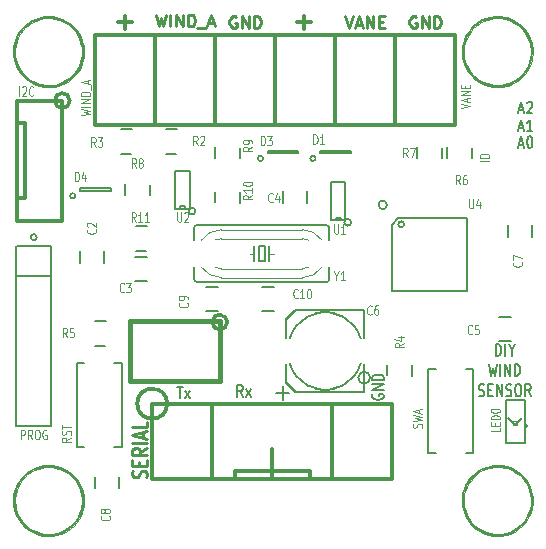
<source format=gbr>
%TF.GenerationSoftware,KiCad,Pcbnew,(5.1.10)-1*%
%TF.CreationDate,2021-07-19T16:15:12+01:00*%
%TF.ProjectId,WindSensorATMEGA328_PCB,57696e64-5365-46e7-936f-7241544d4547,rev?*%
%TF.SameCoordinates,PX5734380PY7df6180*%
%TF.FileFunction,Legend,Top*%
%TF.FilePolarity,Positive*%
%FSLAX46Y46*%
G04 Gerber Fmt 4.6, Leading zero omitted, Abs format (unit mm)*
G04 Created by KiCad (PCBNEW (5.1.10)-1) date 2021-07-19 16:15:12*
%MOMM*%
%LPD*%
G01*
G04 APERTURE LIST*
%ADD10C,0.150000*%
%ADD11C,0.200000*%
%ADD12C,0.010000*%
%ADD13C,0.300000*%
%ADD14C,0.152400*%
%ADD15C,0.050800*%
%ADD16C,0.127000*%
%ADD17C,0.066040*%
%ADD18C,0.381000*%
%ADD19C,0.100000*%
%ADD20C,0.250000*%
%ADD21C,0.304800*%
G04 APERTURE END LIST*
D10*
X78041571Y34377334D02*
X78422523Y34377334D01*
X77965380Y34091620D02*
X78232047Y35091620D01*
X78498714Y34091620D01*
X78727285Y34996381D02*
X78765380Y35044000D01*
X78841571Y35091620D01*
X79032047Y35091620D01*
X79108238Y35044000D01*
X79146333Y34996381D01*
X79184428Y34901143D01*
X79184428Y34805905D01*
X79146333Y34663048D01*
X78689190Y34091620D01*
X79184428Y34091620D01*
X78041571Y32853334D02*
X78422523Y32853334D01*
X77965380Y32567620D02*
X78232047Y33567620D01*
X78498714Y32567620D01*
X79184428Y32567620D02*
X78727285Y32567620D01*
X78955857Y32567620D02*
X78955857Y33567620D01*
X78879666Y33424762D01*
X78803476Y33329524D01*
X78727285Y33281905D01*
X78041571Y31456334D02*
X78422523Y31456334D01*
X77965380Y31170620D02*
X78232047Y32170620D01*
X78498714Y31170620D01*
X78917761Y32170620D02*
X78993952Y32170620D01*
X79070142Y32123000D01*
X79108238Y32075381D01*
X79146333Y31980143D01*
X79184428Y31789667D01*
X79184428Y31551572D01*
X79146333Y31361096D01*
X79108238Y31265858D01*
X79070142Y31218239D01*
X78993952Y31170620D01*
X78917761Y31170620D01*
X78841571Y31218239D01*
X78803476Y31265858D01*
X78765380Y31361096D01*
X78727285Y31551572D01*
X78727285Y31789667D01*
X78765380Y31980143D01*
X78803476Y32075381D01*
X78841571Y32123000D01*
X78917761Y32170620D01*
D11*
X76092142Y13566620D02*
X76092142Y14566620D01*
X76282619Y14566620D01*
X76396904Y14519000D01*
X76473095Y14423762D01*
X76511190Y14328524D01*
X76549285Y14138048D01*
X76549285Y13995191D01*
X76511190Y13804715D01*
X76473095Y13709477D01*
X76396904Y13614239D01*
X76282619Y13566620D01*
X76092142Y13566620D01*
X76892142Y13566620D02*
X76892142Y14566620D01*
X77425476Y14042810D02*
X77425476Y13566620D01*
X77158809Y14566620D02*
X77425476Y14042810D01*
X77692142Y14566620D01*
X75482619Y12866620D02*
X75673095Y11866620D01*
X75825476Y12580905D01*
X75977857Y11866620D01*
X76168333Y12866620D01*
X76473095Y11866620D02*
X76473095Y12866620D01*
X76854047Y11866620D02*
X76854047Y12866620D01*
X77311190Y11866620D01*
X77311190Y12866620D01*
X77692142Y11866620D02*
X77692142Y12866620D01*
X77882619Y12866620D01*
X77996904Y12819000D01*
X78073095Y12723762D01*
X78111190Y12628524D01*
X78149285Y12438048D01*
X78149285Y12295191D01*
X78111190Y12104715D01*
X78073095Y12009477D01*
X77996904Y11914239D01*
X77882619Y11866620D01*
X77692142Y11866620D01*
X74625476Y10214239D02*
X74739761Y10166620D01*
X74930238Y10166620D01*
X75006428Y10214239D01*
X75044523Y10261858D01*
X75082619Y10357096D01*
X75082619Y10452334D01*
X75044523Y10547572D01*
X75006428Y10595191D01*
X74930238Y10642810D01*
X74777857Y10690429D01*
X74701666Y10738048D01*
X74663571Y10785667D01*
X74625476Y10880905D01*
X74625476Y10976143D01*
X74663571Y11071381D01*
X74701666Y11119000D01*
X74777857Y11166620D01*
X74968333Y11166620D01*
X75082619Y11119000D01*
X75425476Y10690429D02*
X75692142Y10690429D01*
X75806428Y10166620D02*
X75425476Y10166620D01*
X75425476Y11166620D01*
X75806428Y11166620D01*
X76149285Y10166620D02*
X76149285Y11166620D01*
X76606428Y10166620D01*
X76606428Y11166620D01*
X76949285Y10214239D02*
X77063571Y10166620D01*
X77254047Y10166620D01*
X77330238Y10214239D01*
X77368333Y10261858D01*
X77406428Y10357096D01*
X77406428Y10452334D01*
X77368333Y10547572D01*
X77330238Y10595191D01*
X77254047Y10642810D01*
X77101666Y10690429D01*
X77025476Y10738048D01*
X76987380Y10785667D01*
X76949285Y10880905D01*
X76949285Y10976143D01*
X76987380Y11071381D01*
X77025476Y11119000D01*
X77101666Y11166620D01*
X77292142Y11166620D01*
X77406428Y11119000D01*
X77901666Y11166620D02*
X78054047Y11166620D01*
X78130238Y11119000D01*
X78206428Y11023762D01*
X78244523Y10833286D01*
X78244523Y10499953D01*
X78206428Y10309477D01*
X78130238Y10214239D01*
X78054047Y10166620D01*
X77901666Y10166620D01*
X77825476Y10214239D01*
X77749285Y10309477D01*
X77711190Y10499953D01*
X77711190Y10833286D01*
X77749285Y11023762D01*
X77825476Y11119000D01*
X77901666Y11166620D01*
X79044523Y10166620D02*
X78777857Y10642810D01*
X78587380Y10166620D02*
X78587380Y11166620D01*
X78892142Y11166620D01*
X78968333Y11119000D01*
X79006428Y11071381D01*
X79044523Y10976143D01*
X79044523Y10833286D01*
X79006428Y10738048D01*
X78968333Y10690429D01*
X78892142Y10642810D01*
X78587380Y10642810D01*
X65667000Y10312477D02*
X65619380Y10236286D01*
X65619380Y10122000D01*
X65667000Y10007715D01*
X65762238Y9931524D01*
X65857476Y9893429D01*
X66047952Y9855334D01*
X66190809Y9855334D01*
X66381285Y9893429D01*
X66476523Y9931524D01*
X66571761Y10007715D01*
X66619380Y10122000D01*
X66619380Y10198191D01*
X66571761Y10312477D01*
X66524142Y10350572D01*
X66190809Y10350572D01*
X66190809Y10198191D01*
X66619380Y10693429D02*
X65619380Y10693429D01*
X66619380Y11150572D01*
X65619380Y11150572D01*
X66619380Y11531524D02*
X65619380Y11531524D01*
X65619380Y11722000D01*
X65667000Y11836286D01*
X65762238Y11912477D01*
X65857476Y11950572D01*
X66047952Y11988667D01*
X66190809Y11988667D01*
X66381285Y11950572D01*
X66476523Y11912477D01*
X66571761Y11836286D01*
X66619380Y11722000D01*
X66619380Y11531524D01*
X57467571Y10433858D02*
X58610428Y10433858D01*
X58039000Y9862429D02*
X58039000Y11005286D01*
X54660809Y10088620D02*
X54394142Y10564810D01*
X54203666Y10088620D02*
X54203666Y11088620D01*
X54508428Y11088620D01*
X54584619Y11041000D01*
X54622714Y10993381D01*
X54660809Y10898143D01*
X54660809Y10755286D01*
X54622714Y10660048D01*
X54584619Y10612429D01*
X54508428Y10564810D01*
X54203666Y10564810D01*
X54927476Y10088620D02*
X55346523Y10755286D01*
X54927476Y10755286D02*
X55346523Y10088620D01*
X49104619Y10961620D02*
X49561761Y10961620D01*
X49333190Y9961620D02*
X49333190Y10961620D01*
X49752238Y9961620D02*
X50171285Y10628286D01*
X49752238Y10628286D02*
X50171285Y9961620D01*
%TO.C,P9*%
X35483800Y7620000D02*
X35483800Y22860000D01*
X38404800Y22860000D02*
X38404800Y7620000D01*
X37211000Y23622000D02*
G75*
G03*
X37211000Y23622000I-254000J0D01*
G01*
X38430200Y22860000D02*
X35509200Y22860000D01*
X38430200Y20320000D02*
X35560000Y20320000D01*
X38430200Y7620000D02*
X35509200Y7620000D01*
D12*
%TO.C,P6*%
G36*
X76413473Y42326838D02*
G01*
X76574123Y42317170D01*
X76697073Y42302216D01*
X77047451Y42223211D01*
X77379976Y42105938D01*
X77693607Y41950931D01*
X77987304Y41758724D01*
X78260026Y41529850D01*
X78324925Y41466848D01*
X78548120Y41223573D01*
X78734318Y40974412D01*
X78887860Y40711736D01*
X79013084Y40427916D01*
X79114333Y40115324D01*
X79132373Y40047573D01*
X79158413Y39939928D01*
X79177147Y39843302D01*
X79190177Y39745007D01*
X79199109Y39632350D01*
X79205548Y39492640D01*
X79206698Y39459712D01*
X79206093Y39148183D01*
X79180951Y38863010D01*
X79129374Y38594778D01*
X79049461Y38334070D01*
X78939314Y38071470D01*
X78917423Y38025917D01*
X78741189Y37711769D01*
X78533827Y37424727D01*
X78297576Y37166610D01*
X78034678Y36939236D01*
X77747373Y36744426D01*
X77437901Y36583998D01*
X77108504Y36459773D01*
X76926333Y36409166D01*
X76662655Y36358751D01*
X76383288Y36330660D01*
X76104847Y36325881D01*
X75846833Y36345028D01*
X75498857Y36410548D01*
X75158561Y36515726D01*
X74832327Y36658145D01*
X74526537Y36835385D01*
X74492166Y36858438D01*
X74391984Y36934397D01*
X74274777Y37035606D01*
X74149054Y37153546D01*
X74023321Y37279699D01*
X73906084Y37405546D01*
X73805852Y37522570D01*
X73734785Y37616846D01*
X73551373Y37923231D01*
X73402973Y38252513D01*
X73290549Y38602430D01*
X73259485Y38731132D01*
X73234126Y38885023D01*
X73217900Y39067944D01*
X73210796Y39267593D01*
X73211445Y39333700D01*
X73382843Y39333700D01*
X73387360Y39146126D01*
X73400318Y38972450D01*
X73420813Y38831018D01*
X73507011Y38489475D01*
X73627257Y38172245D01*
X73782818Y37876856D01*
X73974964Y37600830D01*
X74161325Y37386562D01*
X74419025Y37145961D01*
X74697958Y36941540D01*
X74996439Y36774152D01*
X75312788Y36644649D01*
X75645321Y36553880D01*
X75885890Y36513961D01*
X76038674Y36502647D01*
X76217195Y36501648D01*
X76406309Y36510288D01*
X76590870Y36527890D01*
X76749394Y36552531D01*
X77081985Y36638187D01*
X77396678Y36760939D01*
X77691211Y36918542D01*
X77963322Y37108755D01*
X78210752Y37329334D01*
X78431237Y37578034D01*
X78622518Y37852614D01*
X78782333Y38150828D01*
X78908421Y38470435D01*
X78991805Y38777334D01*
X79014020Y38914231D01*
X79029287Y39079286D01*
X79037293Y39258846D01*
X79037725Y39439258D01*
X79030272Y39606870D01*
X79014620Y39748029D01*
X79014096Y39751252D01*
X78937087Y40099227D01*
X78823772Y40425504D01*
X78673961Y40730471D01*
X78487465Y41014514D01*
X78267354Y41274601D01*
X78023501Y41506001D01*
X77766075Y41700344D01*
X77489833Y41860702D01*
X77189531Y41990152D01*
X76884152Y42085470D01*
X76795160Y42108231D01*
X76720220Y42124924D01*
X76649776Y42136527D01*
X76574270Y42144018D01*
X76484146Y42148373D01*
X76369847Y42150570D01*
X76238416Y42151510D01*
X76073442Y42151170D01*
X75942263Y42148051D01*
X75836402Y42141632D01*
X75747380Y42131390D01*
X75666721Y42116802D01*
X75663544Y42116120D01*
X75322387Y42021775D01*
X75001576Y41891575D01*
X74703163Y41727601D01*
X74429201Y41531936D01*
X74181743Y41306659D01*
X73962842Y41053854D01*
X73774549Y40775600D01*
X73618919Y40473979D01*
X73498003Y40151073D01*
X73420044Y39841380D01*
X73399175Y39695171D01*
X73386778Y39521329D01*
X73382843Y39333700D01*
X73211445Y39333700D01*
X73212802Y39471667D01*
X73223906Y39667862D01*
X73244097Y39843875D01*
X73260618Y39934905D01*
X73356626Y40283607D01*
X73488986Y40612585D01*
X73655623Y40919752D01*
X73854460Y41203020D01*
X74083422Y41460299D01*
X74340430Y41689503D01*
X74623411Y41888543D01*
X74930287Y42055331D01*
X75258982Y42187778D01*
X75592833Y42280616D01*
X75720062Y42301701D01*
X75877506Y42317095D01*
X76053400Y42326570D01*
X76235977Y42329894D01*
X76413473Y42326838D01*
G37*
X76413473Y42326838D02*
X76574123Y42317170D01*
X76697073Y42302216D01*
X77047451Y42223211D01*
X77379976Y42105938D01*
X77693607Y41950931D01*
X77987304Y41758724D01*
X78260026Y41529850D01*
X78324925Y41466848D01*
X78548120Y41223573D01*
X78734318Y40974412D01*
X78887860Y40711736D01*
X79013084Y40427916D01*
X79114333Y40115324D01*
X79132373Y40047573D01*
X79158413Y39939928D01*
X79177147Y39843302D01*
X79190177Y39745007D01*
X79199109Y39632350D01*
X79205548Y39492640D01*
X79206698Y39459712D01*
X79206093Y39148183D01*
X79180951Y38863010D01*
X79129374Y38594778D01*
X79049461Y38334070D01*
X78939314Y38071470D01*
X78917423Y38025917D01*
X78741189Y37711769D01*
X78533827Y37424727D01*
X78297576Y37166610D01*
X78034678Y36939236D01*
X77747373Y36744426D01*
X77437901Y36583998D01*
X77108504Y36459773D01*
X76926333Y36409166D01*
X76662655Y36358751D01*
X76383288Y36330660D01*
X76104847Y36325881D01*
X75846833Y36345028D01*
X75498857Y36410548D01*
X75158561Y36515726D01*
X74832327Y36658145D01*
X74526537Y36835385D01*
X74492166Y36858438D01*
X74391984Y36934397D01*
X74274777Y37035606D01*
X74149054Y37153546D01*
X74023321Y37279699D01*
X73906084Y37405546D01*
X73805852Y37522570D01*
X73734785Y37616846D01*
X73551373Y37923231D01*
X73402973Y38252513D01*
X73290549Y38602430D01*
X73259485Y38731132D01*
X73234126Y38885023D01*
X73217900Y39067944D01*
X73210796Y39267593D01*
X73211445Y39333700D01*
X73382843Y39333700D01*
X73387360Y39146126D01*
X73400318Y38972450D01*
X73420813Y38831018D01*
X73507011Y38489475D01*
X73627257Y38172245D01*
X73782818Y37876856D01*
X73974964Y37600830D01*
X74161325Y37386562D01*
X74419025Y37145961D01*
X74697958Y36941540D01*
X74996439Y36774152D01*
X75312788Y36644649D01*
X75645321Y36553880D01*
X75885890Y36513961D01*
X76038674Y36502647D01*
X76217195Y36501648D01*
X76406309Y36510288D01*
X76590870Y36527890D01*
X76749394Y36552531D01*
X77081985Y36638187D01*
X77396678Y36760939D01*
X77691211Y36918542D01*
X77963322Y37108755D01*
X78210752Y37329334D01*
X78431237Y37578034D01*
X78622518Y37852614D01*
X78782333Y38150828D01*
X78908421Y38470435D01*
X78991805Y38777334D01*
X79014020Y38914231D01*
X79029287Y39079286D01*
X79037293Y39258846D01*
X79037725Y39439258D01*
X79030272Y39606870D01*
X79014620Y39748029D01*
X79014096Y39751252D01*
X78937087Y40099227D01*
X78823772Y40425504D01*
X78673961Y40730471D01*
X78487465Y41014514D01*
X78267354Y41274601D01*
X78023501Y41506001D01*
X77766075Y41700344D01*
X77489833Y41860702D01*
X77189531Y41990152D01*
X76884152Y42085470D01*
X76795160Y42108231D01*
X76720220Y42124924D01*
X76649776Y42136527D01*
X76574270Y42144018D01*
X76484146Y42148373D01*
X76369847Y42150570D01*
X76238416Y42151510D01*
X76073442Y42151170D01*
X75942263Y42148051D01*
X75836402Y42141632D01*
X75747380Y42131390D01*
X75666721Y42116802D01*
X75663544Y42116120D01*
X75322387Y42021775D01*
X75001576Y41891575D01*
X74703163Y41727601D01*
X74429201Y41531936D01*
X74181743Y41306659D01*
X73962842Y41053854D01*
X73774549Y40775600D01*
X73618919Y40473979D01*
X73498003Y40151073D01*
X73420044Y39841380D01*
X73399175Y39695171D01*
X73386778Y39521329D01*
X73382843Y39333700D01*
X73211445Y39333700D01*
X73212802Y39471667D01*
X73223906Y39667862D01*
X73244097Y39843875D01*
X73260618Y39934905D01*
X73356626Y40283607D01*
X73488986Y40612585D01*
X73655623Y40919752D01*
X73854460Y41203020D01*
X74083422Y41460299D01*
X74340430Y41689503D01*
X74623411Y41888543D01*
X74930287Y42055331D01*
X75258982Y42187778D01*
X75592833Y42280616D01*
X75720062Y42301701D01*
X75877506Y42317095D01*
X76053400Y42326570D01*
X76235977Y42329894D01*
X76413473Y42326838D01*
G36*
X38518959Y42320036D02*
G01*
X38813715Y42279136D01*
X39094561Y42208366D01*
X39371435Y42105546D01*
X39496040Y42048882D01*
X39815178Y41873533D01*
X40105259Y41667821D01*
X40365114Y41433232D01*
X40593574Y41171255D01*
X40789470Y40883375D01*
X40951631Y40571080D01*
X41078890Y40235856D01*
X41158548Y39934905D01*
X41184200Y39776962D01*
X41200773Y39591435D01*
X41208254Y39390627D01*
X41206632Y39186842D01*
X41195895Y38992382D01*
X41176033Y38819551D01*
X41159681Y38731132D01*
X41060254Y38374435D01*
X40924509Y38037572D01*
X40753411Y37722804D01*
X40684380Y37616846D01*
X40607865Y37515871D01*
X40506333Y37398045D01*
X40388298Y37271893D01*
X40262275Y37145943D01*
X40136778Y37028722D01*
X40020321Y36928757D01*
X39927000Y36858345D01*
X39651346Y36692756D01*
X39350471Y36552432D01*
X39036289Y36442317D01*
X38762833Y36375219D01*
X38641483Y36357259D01*
X38491219Y36343596D01*
X38325285Y36334666D01*
X38156924Y36330909D01*
X37999379Y36332762D01*
X37865894Y36340663D01*
X37831530Y36344402D01*
X37489567Y36407844D01*
X37161678Y36509524D01*
X36850377Y36646955D01*
X36558178Y36817650D01*
X36287596Y37019121D01*
X36041145Y37248884D01*
X35821338Y37504449D01*
X35630692Y37783331D01*
X35471719Y38083042D01*
X35346933Y38401097D01*
X35258851Y38735007D01*
X35227578Y38919962D01*
X35214267Y39066965D01*
X35209352Y39243410D01*
X35382506Y39243410D01*
X35382520Y39243000D01*
X35402871Y38960211D01*
X35445644Y38701979D01*
X35514149Y38455089D01*
X35611697Y38206325D01*
X35676735Y38068333D01*
X35845519Y37774757D01*
X36047599Y37505144D01*
X36279750Y37262048D01*
X36538747Y37048027D01*
X36821364Y36865635D01*
X37124374Y36717429D01*
X37444554Y36605964D01*
X37560010Y36576120D01*
X37884751Y36519378D01*
X38214016Y36499900D01*
X38538724Y36517925D01*
X38721213Y36545624D01*
X39047180Y36625584D01*
X39350113Y36738431D01*
X39634050Y36886322D01*
X39903027Y37071414D01*
X40161081Y37295863D01*
X40203598Y37337534D01*
X40430903Y37587848D01*
X40619635Y37849147D01*
X40772493Y38126499D01*
X40892170Y38424976D01*
X40981364Y38749646D01*
X40998708Y38832918D01*
X41019576Y38978720D01*
X41032108Y39151989D01*
X41036301Y39338895D01*
X41032147Y39525606D01*
X41019641Y39698290D01*
X40999121Y39841380D01*
X40911562Y40181148D01*
X40787286Y40501909D01*
X40628423Y40801489D01*
X40437099Y41077711D01*
X40215444Y41328400D01*
X39965585Y41551380D01*
X39689649Y41744476D01*
X39389766Y41905511D01*
X39068063Y42032310D01*
X38778671Y42111630D01*
X38649661Y42133073D01*
X38491678Y42148299D01*
X38317670Y42157000D01*
X38140584Y42158872D01*
X37973364Y42153605D01*
X37828959Y42140895D01*
X37788914Y42135080D01*
X37470971Y42064750D01*
X37161840Y41960901D01*
X36869668Y41826932D01*
X36602605Y41666238D01*
X36517589Y41605076D01*
X36251435Y41378943D01*
X36018263Y41127824D01*
X35819335Y40854343D01*
X35655912Y40561127D01*
X35529256Y40250800D01*
X35440629Y39925988D01*
X35391291Y39589316D01*
X35382506Y39243410D01*
X35209352Y39243410D01*
X35209186Y39249346D01*
X35212467Y39459712D01*
X35232210Y39739632D01*
X35273517Y39996351D01*
X35339426Y40244731D01*
X35417033Y40460323D01*
X35564187Y40772750D01*
X35746883Y41064890D01*
X35962125Y41333977D01*
X36206917Y41577242D01*
X36478264Y41791921D01*
X36773169Y41975245D01*
X37088638Y42124448D01*
X37302333Y42201514D01*
X37544364Y42267516D01*
X37786285Y42309723D01*
X38043044Y42330328D01*
X38200354Y42333249D01*
X38518959Y42320036D01*
G37*
X38518959Y42320036D02*
X38813715Y42279136D01*
X39094561Y42208366D01*
X39371435Y42105546D01*
X39496040Y42048882D01*
X39815178Y41873533D01*
X40105259Y41667821D01*
X40365114Y41433232D01*
X40593574Y41171255D01*
X40789470Y40883375D01*
X40951631Y40571080D01*
X41078890Y40235856D01*
X41158548Y39934905D01*
X41184200Y39776962D01*
X41200773Y39591435D01*
X41208254Y39390627D01*
X41206632Y39186842D01*
X41195895Y38992382D01*
X41176033Y38819551D01*
X41159681Y38731132D01*
X41060254Y38374435D01*
X40924509Y38037572D01*
X40753411Y37722804D01*
X40684380Y37616846D01*
X40607865Y37515871D01*
X40506333Y37398045D01*
X40388298Y37271893D01*
X40262275Y37145943D01*
X40136778Y37028722D01*
X40020321Y36928757D01*
X39927000Y36858345D01*
X39651346Y36692756D01*
X39350471Y36552432D01*
X39036289Y36442317D01*
X38762833Y36375219D01*
X38641483Y36357259D01*
X38491219Y36343596D01*
X38325285Y36334666D01*
X38156924Y36330909D01*
X37999379Y36332762D01*
X37865894Y36340663D01*
X37831530Y36344402D01*
X37489567Y36407844D01*
X37161678Y36509524D01*
X36850377Y36646955D01*
X36558178Y36817650D01*
X36287596Y37019121D01*
X36041145Y37248884D01*
X35821338Y37504449D01*
X35630692Y37783331D01*
X35471719Y38083042D01*
X35346933Y38401097D01*
X35258851Y38735007D01*
X35227578Y38919962D01*
X35214267Y39066965D01*
X35209352Y39243410D01*
X35382506Y39243410D01*
X35382520Y39243000D01*
X35402871Y38960211D01*
X35445644Y38701979D01*
X35514149Y38455089D01*
X35611697Y38206325D01*
X35676735Y38068333D01*
X35845519Y37774757D01*
X36047599Y37505144D01*
X36279750Y37262048D01*
X36538747Y37048027D01*
X36821364Y36865635D01*
X37124374Y36717429D01*
X37444554Y36605964D01*
X37560010Y36576120D01*
X37884751Y36519378D01*
X38214016Y36499900D01*
X38538724Y36517925D01*
X38721213Y36545624D01*
X39047180Y36625584D01*
X39350113Y36738431D01*
X39634050Y36886322D01*
X39903027Y37071414D01*
X40161081Y37295863D01*
X40203598Y37337534D01*
X40430903Y37587848D01*
X40619635Y37849147D01*
X40772493Y38126499D01*
X40892170Y38424976D01*
X40981364Y38749646D01*
X40998708Y38832918D01*
X41019576Y38978720D01*
X41032108Y39151989D01*
X41036301Y39338895D01*
X41032147Y39525606D01*
X41019641Y39698290D01*
X40999121Y39841380D01*
X40911562Y40181148D01*
X40787286Y40501909D01*
X40628423Y40801489D01*
X40437099Y41077711D01*
X40215444Y41328400D01*
X39965585Y41551380D01*
X39689649Y41744476D01*
X39389766Y41905511D01*
X39068063Y42032310D01*
X38778671Y42111630D01*
X38649661Y42133073D01*
X38491678Y42148299D01*
X38317670Y42157000D01*
X38140584Y42158872D01*
X37973364Y42153605D01*
X37828959Y42140895D01*
X37788914Y42135080D01*
X37470971Y42064750D01*
X37161840Y41960901D01*
X36869668Y41826932D01*
X36602605Y41666238D01*
X36517589Y41605076D01*
X36251435Y41378943D01*
X36018263Y41127824D01*
X35819335Y40854343D01*
X35655912Y40561127D01*
X35529256Y40250800D01*
X35440629Y39925988D01*
X35391291Y39589316D01*
X35382506Y39243410D01*
X35209352Y39243410D01*
X35209186Y39249346D01*
X35212467Y39459712D01*
X35232210Y39739632D01*
X35273517Y39996351D01*
X35339426Y40244731D01*
X35417033Y40460323D01*
X35564187Y40772750D01*
X35746883Y41064890D01*
X35962125Y41333977D01*
X36206917Y41577242D01*
X36478264Y41791921D01*
X36773169Y41975245D01*
X37088638Y42124448D01*
X37302333Y42201514D01*
X37544364Y42267516D01*
X37786285Y42309723D01*
X38043044Y42330328D01*
X38200354Y42333249D01*
X38518959Y42320036D01*
G36*
X76639001Y4308802D02*
G01*
X76976331Y4240534D01*
X77307709Y4132639D01*
X77590512Y4005187D01*
X77892944Y3826646D01*
X78169664Y3615822D01*
X78418663Y3375511D01*
X78637930Y3108507D01*
X78825457Y2817605D01*
X78979232Y2505599D01*
X79097246Y2175285D01*
X79177489Y1829455D01*
X79184089Y1789547D01*
X79198819Y1657257D01*
X79206832Y1497479D01*
X79208401Y1322121D01*
X79203798Y1143092D01*
X79193298Y972298D01*
X79177172Y821649D01*
X79159543Y719667D01*
X79062775Y373818D01*
X78929870Y46695D01*
X78762994Y-259355D01*
X78564316Y-541987D01*
X78336004Y-798857D01*
X78080226Y-1027619D01*
X77799150Y-1225929D01*
X77494944Y-1391440D01*
X77169776Y-1521808D01*
X77053964Y-1557962D01*
X76813658Y-1617141D01*
X76574103Y-1653264D01*
X76319342Y-1668394D01*
X76196083Y-1668910D01*
X76082662Y-1667195D01*
X75979489Y-1664661D01*
X75896459Y-1661616D01*
X75843465Y-1658374D01*
X75836250Y-1657593D01*
X75492445Y-1592279D01*
X75160502Y-1488226D01*
X74843765Y-1347711D01*
X74545580Y-1173007D01*
X74269291Y-966390D01*
X74018243Y-730135D01*
X73795782Y-466519D01*
X73605252Y-177815D01*
X73571039Y-116835D01*
X73466205Y98956D01*
X73372191Y337713D01*
X73296092Y580236D01*
X73261961Y719673D01*
X73235517Y881867D01*
X73218452Y1070987D01*
X73210911Y1271523D01*
X73382837Y1271523D01*
X73391370Y1070299D01*
X73410554Y886666D01*
X73429698Y778644D01*
X73525070Y434312D01*
X73655813Y111636D01*
X73820319Y-187588D01*
X74016980Y-461563D01*
X74244189Y-708492D01*
X74500338Y-926577D01*
X74783819Y-1114021D01*
X75093023Y-1269028D01*
X75347973Y-1365261D01*
X75630051Y-1439881D01*
X75927444Y-1486011D01*
X76227007Y-1502425D01*
X76515592Y-1487901D01*
X76579895Y-1479936D01*
X76919329Y-1412149D01*
X77242084Y-1306861D01*
X77545867Y-1166380D01*
X77828388Y-993018D01*
X78087356Y-789085D01*
X78320479Y-556892D01*
X78525467Y-298748D01*
X78700028Y-16965D01*
X78841872Y286148D01*
X78948707Y608279D01*
X79018242Y947119D01*
X79023376Y984250D01*
X79035338Y1123932D01*
X79039261Y1288571D01*
X79035646Y1464008D01*
X79024995Y1636086D01*
X79007809Y1790649D01*
X78991522Y1883834D01*
X78898005Y2223857D01*
X78768371Y2544326D01*
X78604326Y2842985D01*
X78407578Y3117582D01*
X78179833Y3365861D01*
X77922800Y3585569D01*
X77638185Y3774451D01*
X77504243Y3847424D01*
X77261839Y3961115D01*
X77032140Y4045860D01*
X76803221Y4104491D01*
X76563156Y4139842D01*
X76300022Y4154744D01*
X76206666Y4155658D01*
X75996786Y4151333D01*
X75814296Y4136801D01*
X75644986Y4109710D01*
X75474650Y4067714D01*
X75289079Y4008463D01*
X75264750Y3999954D01*
X74953182Y3868151D01*
X74662357Y3701025D01*
X74394701Y3501415D01*
X74152639Y3272165D01*
X73938598Y3016115D01*
X73755001Y2736105D01*
X73604275Y2434979D01*
X73488846Y2115576D01*
X73422133Y1841500D01*
X73398119Y1671049D01*
X73385053Y1476415D01*
X73382837Y1271523D01*
X73210911Y1271523D01*
X73210790Y1274717D01*
X73212558Y1480744D01*
X73223779Y1676752D01*
X73244479Y1850426D01*
X73259485Y1930036D01*
X73356082Y2281245D01*
X73485285Y2606429D01*
X73648552Y2908226D01*
X73847337Y3189275D01*
X74083098Y3452217D01*
X74118286Y3486907D01*
X74385574Y3718095D01*
X74673055Y3913558D01*
X74977463Y4072809D01*
X75295528Y4195359D01*
X75623983Y4280722D01*
X75959559Y4328408D01*
X76298987Y4337931D01*
X76639001Y4308802D01*
G37*
X76639001Y4308802D02*
X76976331Y4240534D01*
X77307709Y4132639D01*
X77590512Y4005187D01*
X77892944Y3826646D01*
X78169664Y3615822D01*
X78418663Y3375511D01*
X78637930Y3108507D01*
X78825457Y2817605D01*
X78979232Y2505599D01*
X79097246Y2175285D01*
X79177489Y1829455D01*
X79184089Y1789547D01*
X79198819Y1657257D01*
X79206832Y1497479D01*
X79208401Y1322121D01*
X79203798Y1143092D01*
X79193298Y972298D01*
X79177172Y821649D01*
X79159543Y719667D01*
X79062775Y373818D01*
X78929870Y46695D01*
X78762994Y-259355D01*
X78564316Y-541987D01*
X78336004Y-798857D01*
X78080226Y-1027619D01*
X77799150Y-1225929D01*
X77494944Y-1391440D01*
X77169776Y-1521808D01*
X77053964Y-1557962D01*
X76813658Y-1617141D01*
X76574103Y-1653264D01*
X76319342Y-1668394D01*
X76196083Y-1668910D01*
X76082662Y-1667195D01*
X75979489Y-1664661D01*
X75896459Y-1661616D01*
X75843465Y-1658374D01*
X75836250Y-1657593D01*
X75492445Y-1592279D01*
X75160502Y-1488226D01*
X74843765Y-1347711D01*
X74545580Y-1173007D01*
X74269291Y-966390D01*
X74018243Y-730135D01*
X73795782Y-466519D01*
X73605252Y-177815D01*
X73571039Y-116835D01*
X73466205Y98956D01*
X73372191Y337713D01*
X73296092Y580236D01*
X73261961Y719673D01*
X73235517Y881867D01*
X73218452Y1070987D01*
X73210911Y1271523D01*
X73382837Y1271523D01*
X73391370Y1070299D01*
X73410554Y886666D01*
X73429698Y778644D01*
X73525070Y434312D01*
X73655813Y111636D01*
X73820319Y-187588D01*
X74016980Y-461563D01*
X74244189Y-708492D01*
X74500338Y-926577D01*
X74783819Y-1114021D01*
X75093023Y-1269028D01*
X75347973Y-1365261D01*
X75630051Y-1439881D01*
X75927444Y-1486011D01*
X76227007Y-1502425D01*
X76515592Y-1487901D01*
X76579895Y-1479936D01*
X76919329Y-1412149D01*
X77242084Y-1306861D01*
X77545867Y-1166380D01*
X77828388Y-993018D01*
X78087356Y-789085D01*
X78320479Y-556892D01*
X78525467Y-298748D01*
X78700028Y-16965D01*
X78841872Y286148D01*
X78948707Y608279D01*
X79018242Y947119D01*
X79023376Y984250D01*
X79035338Y1123932D01*
X79039261Y1288571D01*
X79035646Y1464008D01*
X79024995Y1636086D01*
X79007809Y1790649D01*
X78991522Y1883834D01*
X78898005Y2223857D01*
X78768371Y2544326D01*
X78604326Y2842985D01*
X78407578Y3117582D01*
X78179833Y3365861D01*
X77922800Y3585569D01*
X77638185Y3774451D01*
X77504243Y3847424D01*
X77261839Y3961115D01*
X77032140Y4045860D01*
X76803221Y4104491D01*
X76563156Y4139842D01*
X76300022Y4154744D01*
X76206666Y4155658D01*
X75996786Y4151333D01*
X75814296Y4136801D01*
X75644986Y4109710D01*
X75474650Y4067714D01*
X75289079Y4008463D01*
X75264750Y3999954D01*
X74953182Y3868151D01*
X74662357Y3701025D01*
X74394701Y3501415D01*
X74152639Y3272165D01*
X73938598Y3016115D01*
X73755001Y2736105D01*
X73604275Y2434979D01*
X73488846Y2115576D01*
X73422133Y1841500D01*
X73398119Y1671049D01*
X73385053Y1476415D01*
X73382837Y1271523D01*
X73210911Y1271523D01*
X73210790Y1274717D01*
X73212558Y1480744D01*
X73223779Y1676752D01*
X73244479Y1850426D01*
X73259485Y1930036D01*
X73356082Y2281245D01*
X73485285Y2606429D01*
X73648552Y2908226D01*
X73847337Y3189275D01*
X74083098Y3452217D01*
X74118286Y3486907D01*
X74385574Y3718095D01*
X74673055Y3913558D01*
X74977463Y4072809D01*
X75295528Y4195359D01*
X75623983Y4280722D01*
X75959559Y4328408D01*
X76298987Y4337931D01*
X76639001Y4308802D01*
G36*
X38547358Y4318942D02*
G01*
X38883664Y4261984D01*
X39212564Y4166815D01*
X39530521Y4033449D01*
X39833997Y3861896D01*
X39857490Y3846558D01*
X40144262Y3632566D01*
X40400748Y3389612D01*
X40625691Y3119546D01*
X40817833Y2824216D01*
X40975919Y2505472D01*
X41098692Y2165164D01*
X41159681Y1930036D01*
X41185412Y1773782D01*
X41201701Y1588580D01*
X41208571Y1386745D01*
X41206045Y1180589D01*
X41194147Y982426D01*
X41172899Y804571D01*
X41157391Y720584D01*
X41061617Y372470D01*
X40929487Y44323D01*
X40762972Y-261864D01*
X40564044Y-544097D01*
X40334675Y-800384D01*
X40076837Y-1028731D01*
X39792502Y-1227144D01*
X39483641Y-1393631D01*
X39152227Y-1526199D01*
X38850242Y-1611658D01*
X38738374Y-1631219D01*
X38595514Y-1646686D01*
X38432569Y-1657760D01*
X38260447Y-1664144D01*
X38090055Y-1665540D01*
X37932303Y-1661650D01*
X37798097Y-1652177D01*
X37725666Y-1642360D01*
X37371005Y-1558929D01*
X37035560Y-1438843D01*
X36721347Y-1284034D01*
X36430385Y-1096436D01*
X36164692Y-877980D01*
X35926283Y-630598D01*
X35717178Y-356224D01*
X35539392Y-56788D01*
X35394944Y265775D01*
X35285852Y609535D01*
X35259623Y719667D01*
X35238998Y844291D01*
X35223769Y999029D01*
X35214210Y1171974D01*
X35213642Y1200159D01*
X35379821Y1200159D01*
X35414727Y860193D01*
X35463478Y625827D01*
X35565770Y306469D01*
X35704820Y4679D01*
X35877821Y-277038D01*
X36081969Y-536179D01*
X36314457Y-770237D01*
X36572480Y-976708D01*
X36853232Y-1153087D01*
X37153908Y-1296870D01*
X37471703Y-1405552D01*
X37803810Y-1476629D01*
X37821362Y-1479241D01*
X37945888Y-1491772D01*
X38096862Y-1498424D01*
X38258802Y-1499157D01*
X38416228Y-1493928D01*
X38553656Y-1482698D01*
X38566015Y-1481205D01*
X38896487Y-1418956D01*
X39213787Y-1318186D01*
X39515081Y-1181429D01*
X39797533Y-1011217D01*
X40058307Y-810081D01*
X40294566Y-580554D01*
X40503474Y-325168D01*
X40682197Y-46456D01*
X40827897Y253050D01*
X40937739Y570818D01*
X40960198Y656622D01*
X40997726Y841562D01*
X41024996Y1041209D01*
X41040518Y1239806D01*
X41042797Y1421594D01*
X41039266Y1491588D01*
X40992885Y1847253D01*
X40908456Y2184700D01*
X40786210Y2503420D01*
X40626377Y2802904D01*
X40429190Y3082643D01*
X40205005Y3332100D01*
X39948756Y3560653D01*
X39676008Y3751851D01*
X39383403Y3907509D01*
X39067584Y4029440D01*
X38762833Y4111378D01*
X38596543Y4138358D01*
X38402948Y4154077D01*
X38195544Y4158557D01*
X37987828Y4151823D01*
X37793295Y4133895D01*
X37646637Y4109501D01*
X37312197Y4017466D01*
X36995794Y3888892D01*
X36699966Y3726042D01*
X36427254Y3531179D01*
X36180195Y3306565D01*
X35961330Y3054462D01*
X35773198Y2777134D01*
X35618338Y2476842D01*
X35516936Y2211917D01*
X35431108Y1881452D01*
X35385342Y1542389D01*
X35379821Y1200159D01*
X35213642Y1200159D01*
X35210592Y1351217D01*
X35213191Y1524851D01*
X35222278Y1680967D01*
X35235077Y1789547D01*
X35310474Y2134292D01*
X35424035Y2465497D01*
X35573614Y2779845D01*
X35757069Y3074019D01*
X35972254Y3344701D01*
X36217024Y3588576D01*
X36489236Y3802325D01*
X36572083Y3857612D01*
X36878542Y4030164D01*
X37198819Y4164435D01*
X37529377Y4260437D01*
X37866677Y4318180D01*
X38207184Y4337678D01*
X38547358Y4318942D01*
G37*
X38547358Y4318942D02*
X38883664Y4261984D01*
X39212564Y4166815D01*
X39530521Y4033449D01*
X39833997Y3861896D01*
X39857490Y3846558D01*
X40144262Y3632566D01*
X40400748Y3389612D01*
X40625691Y3119546D01*
X40817833Y2824216D01*
X40975919Y2505472D01*
X41098692Y2165164D01*
X41159681Y1930036D01*
X41185412Y1773782D01*
X41201701Y1588580D01*
X41208571Y1386745D01*
X41206045Y1180589D01*
X41194147Y982426D01*
X41172899Y804571D01*
X41157391Y720584D01*
X41061617Y372470D01*
X40929487Y44323D01*
X40762972Y-261864D01*
X40564044Y-544097D01*
X40334675Y-800384D01*
X40076837Y-1028731D01*
X39792502Y-1227144D01*
X39483641Y-1393631D01*
X39152227Y-1526199D01*
X38850242Y-1611658D01*
X38738374Y-1631219D01*
X38595514Y-1646686D01*
X38432569Y-1657760D01*
X38260447Y-1664144D01*
X38090055Y-1665540D01*
X37932303Y-1661650D01*
X37798097Y-1652177D01*
X37725666Y-1642360D01*
X37371005Y-1558929D01*
X37035560Y-1438843D01*
X36721347Y-1284034D01*
X36430385Y-1096436D01*
X36164692Y-877980D01*
X35926283Y-630598D01*
X35717178Y-356224D01*
X35539392Y-56788D01*
X35394944Y265775D01*
X35285852Y609535D01*
X35259623Y719667D01*
X35238998Y844291D01*
X35223769Y999029D01*
X35214210Y1171974D01*
X35213642Y1200159D01*
X35379821Y1200159D01*
X35414727Y860193D01*
X35463478Y625827D01*
X35565770Y306469D01*
X35704820Y4679D01*
X35877821Y-277038D01*
X36081969Y-536179D01*
X36314457Y-770237D01*
X36572480Y-976708D01*
X36853232Y-1153087D01*
X37153908Y-1296870D01*
X37471703Y-1405552D01*
X37803810Y-1476629D01*
X37821362Y-1479241D01*
X37945888Y-1491772D01*
X38096862Y-1498424D01*
X38258802Y-1499157D01*
X38416228Y-1493928D01*
X38553656Y-1482698D01*
X38566015Y-1481205D01*
X38896487Y-1418956D01*
X39213787Y-1318186D01*
X39515081Y-1181429D01*
X39797533Y-1011217D01*
X40058307Y-810081D01*
X40294566Y-580554D01*
X40503474Y-325168D01*
X40682197Y-46456D01*
X40827897Y253050D01*
X40937739Y570818D01*
X40960198Y656622D01*
X40997726Y841562D01*
X41024996Y1041209D01*
X41040518Y1239806D01*
X41042797Y1421594D01*
X41039266Y1491588D01*
X40992885Y1847253D01*
X40908456Y2184700D01*
X40786210Y2503420D01*
X40626377Y2802904D01*
X40429190Y3082643D01*
X40205005Y3332100D01*
X39948756Y3560653D01*
X39676008Y3751851D01*
X39383403Y3907509D01*
X39067584Y4029440D01*
X38762833Y4111378D01*
X38596543Y4138358D01*
X38402948Y4154077D01*
X38195544Y4158557D01*
X37987828Y4151823D01*
X37793295Y4133895D01*
X37646637Y4109501D01*
X37312197Y4017466D01*
X36995794Y3888892D01*
X36699966Y3726042D01*
X36427254Y3531179D01*
X36180195Y3306565D01*
X35961330Y3054462D01*
X35773198Y2777134D01*
X35618338Y2476842D01*
X35516936Y2211917D01*
X35431108Y1881452D01*
X35385342Y1542389D01*
X35379821Y1200159D01*
X35213642Y1200159D01*
X35210592Y1351217D01*
X35213191Y1524851D01*
X35222278Y1680967D01*
X35235077Y1789547D01*
X35310474Y2134292D01*
X35424035Y2465497D01*
X35573614Y2779845D01*
X35757069Y3074019D01*
X35972254Y3344701D01*
X36217024Y3588576D01*
X36489236Y3802325D01*
X36572083Y3857612D01*
X36878542Y4030164D01*
X37198819Y4164435D01*
X37529377Y4260437D01*
X37866677Y4318180D01*
X38207184Y4337678D01*
X38547358Y4318942D01*
D13*
%TO.C,P10*%
X35560000Y25019000D02*
X35560000Y35179000D01*
X39370000Y35179000D02*
X39370000Y25019000D01*
X39370000Y35179000D02*
X35560000Y35179000D01*
X39370000Y25019000D02*
X35560000Y25019000D01*
X40005000Y35179000D02*
G75*
G03*
X40005000Y35179000I-635000J0D01*
G01*
X36195000Y26924000D02*
X35560000Y26924000D01*
X36195000Y33274000D02*
X36195000Y26924000D01*
X35560000Y33274000D02*
X36195000Y33274000D01*
D11*
%TO.C,U4*%
X73660000Y19050000D02*
X73660000Y25273000D01*
X73660000Y25273000D02*
X67818000Y25273000D01*
X67818000Y25273000D02*
X67310000Y24638000D01*
X67310000Y24638000D02*
X67310000Y19050000D01*
X67310000Y19050000D02*
X73660000Y19050000D01*
X66869355Y26353600D02*
G75*
G03*
X66869355Y26353600I-360555J0D01*
G01*
X68323447Y24714200D02*
G75*
G03*
X68323447Y24714200I-251447J0D01*
G01*
D10*
%TO.C,C7*%
X77077200Y24630000D02*
X77077200Y23630000D01*
X79132800Y23630000D02*
X79132800Y24630000D01*
%TO.C,C8*%
X42152200Y3349800D02*
X42152200Y2349800D01*
X44207800Y2349800D02*
X44207800Y3349800D01*
%TO.C,C9*%
X52570000Y19442800D02*
X51570000Y19442800D01*
X51570000Y17387200D02*
X52570000Y17387200D01*
%TO.C,C10*%
X57319800Y19442800D02*
X56319800Y19442800D01*
X56319800Y17387200D02*
X57319800Y17387200D01*
D13*
%TO.C,P2*%
X53975000Y3175000D02*
X53975000Y3810000D01*
X53975000Y3810000D02*
X60325000Y3810000D01*
X60325000Y3810000D02*
X60325000Y3175000D01*
X48260000Y9525000D02*
G75*
G03*
X48260000Y9525000I-1270000J0D01*
G01*
X62230000Y9525000D02*
X62230000Y3175000D01*
X57150000Y5715000D02*
X57150000Y3175000D01*
X52070000Y9525000D02*
X52070000Y3175000D01*
X46990000Y9525000D02*
X67310000Y9525000D01*
X67310000Y9525000D02*
X67310000Y3175000D01*
X67310000Y3175000D02*
X46990000Y3175000D01*
X46990000Y3175000D02*
X46990000Y9525000D01*
D11*
%TO.C,R7*%
X71551800Y31191200D02*
X71551800Y30302200D01*
X69418200Y31242000D02*
X69418200Y30353000D01*
%TO.C,SW2*%
X41249600Y12954000D02*
X40614600Y12954000D01*
X40614600Y12954000D02*
X40614600Y5842000D01*
X40614600Y5842000D02*
X41249600Y5842000D01*
X43789600Y12954000D02*
X44424600Y12954000D01*
X44424600Y12954000D02*
X44424600Y5842000D01*
X44424600Y5842000D02*
X43789600Y5842000D01*
D14*
%TO.C,Y1*%
X50546000Y23368000D02*
X50546000Y24384000D01*
X61976000Y23368000D02*
X61976000Y24384000D01*
D15*
X59690000Y20955000D02*
X52832000Y20955000D01*
X59690000Y20193000D02*
X52832000Y20193000D01*
X52832000Y23495000D02*
X59690000Y23495000D01*
D14*
X61722000Y19812000D02*
X50800000Y19812000D01*
X61976000Y20066000D02*
X61976000Y21082000D01*
X50546000Y20066000D02*
X50546000Y21082000D01*
D15*
X52832000Y24257000D02*
X59690000Y24257000D01*
D14*
X61722000Y24638000D02*
X50800000Y24638000D01*
X56007000Y22860000D02*
X56007000Y21590000D01*
X56007000Y21590000D02*
X56515000Y21590000D01*
X56515000Y21590000D02*
X56515000Y22860000D01*
X56515000Y22860000D02*
X56007000Y22860000D01*
X55626000Y22860000D02*
X55626000Y22225000D01*
X55626000Y22225000D02*
X55626000Y21590000D01*
D15*
X55626000Y22225000D02*
X55245000Y22225000D01*
D14*
X56896000Y22860000D02*
X56896000Y22225000D01*
X56896000Y22225000D02*
X56896000Y21590000D01*
D15*
X56896000Y22225000D02*
X57277000Y22225000D01*
X52831213Y24258178D02*
G75*
G03*
X51153060Y23368000I3327J-2033178D01*
G01*
X61368632Y23370085D02*
G75*
G03*
X59690000Y24257000I-1678632J-1145085D01*
G01*
D14*
X61722000Y19812000D02*
G75*
G03*
X61976000Y20066000I0J254000D01*
G01*
D15*
X59688769Y20956045D02*
G75*
G03*
X60241180Y21082000I1231J1268955D01*
G01*
X60242743Y23368405D02*
G75*
G03*
X59690000Y23495000I-552743J-1143405D01*
G01*
X59692886Y20193253D02*
G75*
G03*
X61368940Y21084540I-5426J2031747D01*
G01*
X51153368Y21079915D02*
G75*
G03*
X52832000Y20193000I1678632J1145085D01*
G01*
X52279257Y21081595D02*
G75*
G03*
X52832000Y20955000I552743J1143405D01*
G01*
X52833231Y23493955D02*
G75*
G03*
X52280820Y23368000I-1231J-1268955D01*
G01*
D14*
X50546000Y20066000D02*
G75*
G03*
X50800000Y19812000I254000J0D01*
G01*
X61976000Y24384000D02*
G75*
G03*
X61722000Y24638000I-254000J0D01*
G01*
X50800000Y24638000D02*
G75*
G03*
X50546000Y24384000I0J-254000D01*
G01*
D10*
%TO.C,C4*%
X58027200Y27495200D02*
X58027200Y26495200D01*
X60082800Y26495200D02*
X60082800Y27495200D01*
%TO.C,C5*%
X77335000Y16902800D02*
X76335000Y16902800D01*
X76335000Y14847200D02*
X77335000Y14847200D01*
%TO.C,C6*%
X65435000Y11717600D02*
G75*
G03*
X65435000Y11717600I-500000J0D01*
G01*
X58335000Y16647800D02*
X59135000Y17447800D01*
X59135000Y17447800D02*
X64935000Y17447800D01*
X64935000Y17447800D02*
X64935000Y15047800D01*
X58335000Y15047800D02*
X58335000Y16647800D01*
X64935000Y12917600D02*
X64935000Y10517600D01*
X64935000Y10517600D02*
X59135000Y10517600D01*
X59135000Y10517600D02*
X58335000Y11317600D01*
X58335000Y11317600D02*
X58335000Y12917600D01*
D16*
X64937000Y17449800D02*
X59095000Y17449800D01*
X59095000Y17449800D02*
X58333000Y16687800D01*
X58333000Y11277600D02*
X59095000Y10515600D01*
X59095000Y10515600D02*
X64937000Y10515600D01*
D10*
X64635000Y15047800D02*
G75*
G03*
X60735000Y17147800I-3000000J-900000D01*
G01*
X62535000Y17147800D02*
G75*
G03*
X58635000Y15047800I-900000J-3000000D01*
G01*
X58635000Y12917600D02*
G75*
G03*
X62535000Y10817600I3000000J900000D01*
G01*
X60735000Y10817600D02*
G75*
G03*
X64635000Y12917600I900000J3000000D01*
G01*
D11*
%TO.C,D2*%
X78524000Y6234020D02*
X76924000Y6234020D01*
X76924000Y6234020D02*
X76924000Y9734020D01*
X76924000Y9734020D02*
X76924000Y9834020D01*
X76924000Y9834020D02*
X78524000Y9834020D01*
X78524000Y9834020D02*
X78524000Y6234020D01*
D10*
X78765421Y7634020D02*
G75*
G03*
X78765421Y7634020I-141421J0D01*
G01*
X77724000Y7734020D02*
X78324000Y8334020D01*
X78324000Y8334020D02*
X77724000Y7734020D01*
X77724000Y7734020D02*
X77124000Y8334020D01*
D17*
X77873860Y8034020D02*
X77574140Y8034020D01*
X77574140Y8034020D02*
X77574140Y7734300D01*
X77873860Y7734300D02*
X77574140Y7734300D01*
X77873860Y8034020D02*
X77873860Y7734300D01*
D11*
%TO.C,R4*%
X69011800Y12781200D02*
X69011800Y11892200D01*
X66878200Y12832000D02*
X66878200Y11943000D01*
%TO.C,R5*%
X42113200Y14427200D02*
X43002200Y14427200D01*
X42164000Y16560800D02*
X43053000Y16560800D01*
%TO.C,R6*%
X71958200Y31242000D02*
X71958200Y30353000D01*
X74091800Y31191200D02*
X74091800Y30302200D01*
%TO.C,SW1*%
X74168000Y5334000D02*
X73533000Y5334000D01*
X74168000Y12446000D02*
X74168000Y5334000D01*
X73533000Y12446000D02*
X74168000Y12446000D01*
X70358000Y5334000D02*
X70993000Y5334000D01*
X70358000Y12446000D02*
X70358000Y5334000D01*
X70993000Y12446000D02*
X70358000Y12446000D01*
%TO.C,D3*%
X56771500Y30921200D02*
X59375000Y30921200D01*
X59375000Y30743400D02*
X56771500Y30743400D01*
X56371407Y30289400D02*
G75*
G03*
X56371407Y30289400I-223607J0D01*
G01*
X59375000Y30921200D02*
X59375000Y30768800D01*
X56758800Y30921200D02*
X56758800Y30768800D01*
%TO.C,D4*%
X40896500Y27746200D02*
X43500000Y27746200D01*
X43500000Y27568400D02*
X40896500Y27568400D01*
X40496407Y27114400D02*
G75*
G03*
X40496407Y27114400I-223607J0D01*
G01*
X43500000Y27746200D02*
X43500000Y27593800D01*
X40883800Y27746200D02*
X40883800Y27593800D01*
D13*
%TO.C,P11*%
X52324000Y40767000D02*
X57404000Y40767000D01*
X57404000Y40767000D02*
X57404000Y33147000D01*
X57404000Y33147000D02*
X52324000Y33147000D01*
X42164000Y33147000D02*
X52324000Y33147000D01*
X42164000Y40767000D02*
X52324000Y40767000D01*
X52324000Y33147000D02*
X52324000Y40767000D01*
X47244000Y40767000D02*
X47244000Y33147000D01*
X42164000Y33147000D02*
X42164000Y40767000D01*
D11*
%TO.C,R2*%
X48183800Y32816800D02*
X49072800Y32816800D01*
X48133000Y30683200D02*
X49022000Y30683200D01*
%TO.C,R3*%
X44323000Y30683200D02*
X45212000Y30683200D01*
X44373800Y32816800D02*
X45262800Y32816800D01*
%TO.C,R8*%
X46786800Y27178000D02*
X46786800Y28067000D01*
X44653200Y27228800D02*
X44653200Y28117800D01*
%TO.C,R9*%
X54406800Y31191200D02*
X54406800Y30302200D01*
X52273200Y31242000D02*
X52273200Y30353000D01*
%TO.C,R10*%
X52273200Y26593800D02*
X52273200Y27482800D01*
X54406800Y26543000D02*
X54406800Y27432000D01*
%TO.C,R11*%
X45588000Y22428200D02*
X46477000Y22428200D01*
X45638800Y24561800D02*
X46527800Y24561800D01*
D10*
%TO.C,C2*%
X40882200Y22420200D02*
X40882200Y21420200D01*
X42937800Y21420200D02*
X42937800Y22420200D01*
%TO.C,C3*%
X46524800Y21982800D02*
X45524800Y21982800D01*
X45524800Y19927200D02*
X46524800Y19927200D01*
D11*
%TO.C,D1*%
X61216500Y30921200D02*
X63820000Y30921200D01*
X63820000Y30743400D02*
X61216500Y30743400D01*
X60816407Y30289400D02*
G75*
G03*
X60816407Y30289400I-223607J0D01*
G01*
X63820000Y30921200D02*
X63820000Y30768800D01*
X61203800Y30921200D02*
X61203800Y30768800D01*
D13*
%TO.C,P8*%
X57404000Y33147000D02*
X57404000Y40767000D01*
X62484000Y40767000D02*
X62484000Y33147000D01*
X67564000Y33147000D02*
X67564000Y40767000D01*
X57404000Y40767000D02*
X67564000Y40767000D01*
X57404000Y33147000D02*
X67564000Y33147000D01*
X72644000Y33147000D02*
X67564000Y33147000D01*
X72644000Y40767000D02*
X72644000Y33147000D01*
X67564000Y40767000D02*
X72644000Y40767000D01*
D11*
%TO.C,U1*%
X62935000Y25070000D02*
X62935000Y25270000D01*
X62935000Y25270000D02*
X62535000Y25270000D01*
X62535000Y25270000D02*
X62535000Y25070000D01*
X63817843Y24870000D02*
G75*
G03*
X63817843Y24870000I-282843J0D01*
G01*
X62135000Y25070000D02*
X62135000Y28270000D01*
X62135000Y28270000D02*
X63335000Y28270000D01*
X63335000Y28270000D02*
X63335000Y25070000D01*
X63335000Y25070000D02*
X62135000Y25070000D01*
%TO.C,U2*%
X50160000Y26025000D02*
X48960000Y26025000D01*
X50160000Y29225000D02*
X50160000Y26025000D01*
X48960000Y29225000D02*
X50160000Y29225000D01*
X48960000Y26025000D02*
X48960000Y29225000D01*
X50642843Y25825000D02*
G75*
G03*
X50642843Y25825000I-282843J0D01*
G01*
X49360000Y26225000D02*
X49360000Y26025000D01*
X49760000Y26225000D02*
X49360000Y26225000D01*
X49760000Y26025000D02*
X49760000Y26225000D01*
D13*
%TO.C,P4*%
X53340000Y16430000D02*
G75*
G03*
X53340000Y16430000I-635000J0D01*
G01*
D18*
X52705000Y11430000D02*
X45085000Y11430000D01*
X45085000Y11430000D02*
X45085000Y16510000D01*
X45085000Y16510000D02*
X52705000Y16510000D01*
X52705000Y16510000D02*
X52705000Y11430000D01*
%TO.C,P9*%
D19*
X35885571Y6496096D02*
X35885571Y7296096D01*
X36114142Y7296096D01*
X36171285Y7258000D01*
X36199857Y7219905D01*
X36228428Y7143715D01*
X36228428Y7029429D01*
X36199857Y6953239D01*
X36171285Y6915143D01*
X36114142Y6877048D01*
X35885571Y6877048D01*
X36828428Y6496096D02*
X36628428Y6877048D01*
X36485571Y6496096D02*
X36485571Y7296096D01*
X36714142Y7296096D01*
X36771285Y7258000D01*
X36799857Y7219905D01*
X36828428Y7143715D01*
X36828428Y7029429D01*
X36799857Y6953239D01*
X36771285Y6915143D01*
X36714142Y6877048D01*
X36485571Y6877048D01*
X37199857Y7296096D02*
X37314142Y7296096D01*
X37371285Y7258000D01*
X37428428Y7181810D01*
X37457000Y7029429D01*
X37457000Y6762762D01*
X37428428Y6610381D01*
X37371285Y6534191D01*
X37314142Y6496096D01*
X37199857Y6496096D01*
X37142714Y6534191D01*
X37085571Y6610381D01*
X37057000Y6762762D01*
X37057000Y7029429D01*
X37085571Y7181810D01*
X37142714Y7258000D01*
X37199857Y7296096D01*
X38028428Y7258000D02*
X37971285Y7296096D01*
X37885571Y7296096D01*
X37799857Y7258000D01*
X37742714Y7181810D01*
X37714142Y7105620D01*
X37685571Y6953239D01*
X37685571Y6838953D01*
X37714142Y6686572D01*
X37742714Y6610381D01*
X37799857Y6534191D01*
X37885571Y6496096D01*
X37942714Y6496096D01*
X38028428Y6534191D01*
X38057000Y6572286D01*
X38057000Y6838953D01*
X37942714Y6838953D01*
%TO.C,P10*%
X35736285Y35579096D02*
X35736285Y36379096D01*
X35993428Y36302905D02*
X36022000Y36341000D01*
X36079142Y36379096D01*
X36222000Y36379096D01*
X36279142Y36341000D01*
X36307714Y36302905D01*
X36336285Y36226715D01*
X36336285Y36150524D01*
X36307714Y36036239D01*
X35964857Y35579096D01*
X36336285Y35579096D01*
X36936285Y35655286D02*
X36907714Y35617191D01*
X36822000Y35579096D01*
X36764857Y35579096D01*
X36679142Y35617191D01*
X36622000Y35693381D01*
X36593428Y35769572D01*
X36564857Y35921953D01*
X36564857Y36036239D01*
X36593428Y36188620D01*
X36622000Y36264810D01*
X36679142Y36341000D01*
X36764857Y36379096D01*
X36822000Y36379096D01*
X36907714Y36341000D01*
X36936285Y36302905D01*
%TO.C,P3*%
X75545904Y30053000D02*
X74745904Y30053000D01*
X75545904Y30338715D02*
X74745904Y30338715D01*
X74745904Y30481572D01*
X74784000Y30567286D01*
X74860190Y30624429D01*
X74936380Y30653000D01*
X75088761Y30681572D01*
X75203047Y30681572D01*
X75355428Y30653000D01*
X75431619Y30624429D01*
X75507809Y30567286D01*
X75545904Y30481572D01*
X75545904Y30338715D01*
%TO.C,U4*%
X73837857Y26854096D02*
X73837857Y26206477D01*
X73866428Y26130286D01*
X73895000Y26092191D01*
X73952142Y26054096D01*
X74066428Y26054096D01*
X74123571Y26092191D01*
X74152142Y26130286D01*
X74180714Y26206477D01*
X74180714Y26854096D01*
X74723571Y26587429D02*
X74723571Y26054096D01*
X74580714Y26892191D02*
X74437857Y26320762D01*
X74809285Y26320762D01*
%TO.C,C7*%
X78263714Y21490000D02*
X78301809Y21461429D01*
X78339904Y21375715D01*
X78339904Y21318572D01*
X78301809Y21232858D01*
X78225619Y21175715D01*
X78149428Y21147143D01*
X77997047Y21118572D01*
X77882761Y21118572D01*
X77730380Y21147143D01*
X77654190Y21175715D01*
X77578000Y21232858D01*
X77539904Y21318572D01*
X77539904Y21375715D01*
X77578000Y21461429D01*
X77616095Y21490000D01*
X77539904Y21690000D02*
X77539904Y22090000D01*
X78339904Y21832858D01*
%TO.C,C8*%
X43338714Y27000D02*
X43376809Y-1571D01*
X43414904Y-87285D01*
X43414904Y-144428D01*
X43376809Y-230142D01*
X43300619Y-287285D01*
X43224428Y-315857D01*
X43072047Y-344428D01*
X42957761Y-344428D01*
X42805380Y-315857D01*
X42729190Y-287285D01*
X42653000Y-230142D01*
X42614904Y-144428D01*
X42614904Y-87285D01*
X42653000Y-1571D01*
X42691095Y27000D01*
X42957761Y369858D02*
X42919666Y312715D01*
X42881571Y284143D01*
X42805380Y255572D01*
X42767285Y255572D01*
X42691095Y284143D01*
X42653000Y312715D01*
X42614904Y369858D01*
X42614904Y484143D01*
X42653000Y541286D01*
X42691095Y569858D01*
X42767285Y598429D01*
X42805380Y598429D01*
X42881571Y569858D01*
X42919666Y541286D01*
X42957761Y484143D01*
X42957761Y369858D01*
X42995857Y312715D01*
X43033952Y284143D01*
X43110142Y255572D01*
X43262523Y255572D01*
X43338714Y284143D01*
X43376809Y312715D01*
X43414904Y369858D01*
X43414904Y484143D01*
X43376809Y541286D01*
X43338714Y569858D01*
X43262523Y598429D01*
X43110142Y598429D01*
X43033952Y569858D01*
X42995857Y541286D01*
X42957761Y484143D01*
%TO.C,C9*%
X49942714Y18061000D02*
X49980809Y18032429D01*
X50018904Y17946715D01*
X50018904Y17889572D01*
X49980809Y17803858D01*
X49904619Y17746715D01*
X49828428Y17718143D01*
X49676047Y17689572D01*
X49561761Y17689572D01*
X49409380Y17718143D01*
X49333190Y17746715D01*
X49257000Y17803858D01*
X49218904Y17889572D01*
X49218904Y17946715D01*
X49257000Y18032429D01*
X49295095Y18061000D01*
X50018904Y18346715D02*
X50018904Y18461000D01*
X49980809Y18518143D01*
X49942714Y18546715D01*
X49828428Y18603858D01*
X49676047Y18632429D01*
X49371285Y18632429D01*
X49295095Y18603858D01*
X49257000Y18575286D01*
X49218904Y18518143D01*
X49218904Y18403858D01*
X49257000Y18346715D01*
X49295095Y18318143D01*
X49371285Y18289572D01*
X49561761Y18289572D01*
X49637952Y18318143D01*
X49676047Y18346715D01*
X49714142Y18403858D01*
X49714142Y18518143D01*
X49676047Y18575286D01*
X49637952Y18603858D01*
X49561761Y18632429D01*
%TO.C,C10*%
X59304285Y18510286D02*
X59275714Y18472191D01*
X59190000Y18434096D01*
X59132857Y18434096D01*
X59047142Y18472191D01*
X58990000Y18548381D01*
X58961428Y18624572D01*
X58932857Y18776953D01*
X58932857Y18891239D01*
X58961428Y19043620D01*
X58990000Y19119810D01*
X59047142Y19196000D01*
X59132857Y19234096D01*
X59190000Y19234096D01*
X59275714Y19196000D01*
X59304285Y19157905D01*
X59875714Y18434096D02*
X59532857Y18434096D01*
X59704285Y18434096D02*
X59704285Y19234096D01*
X59647142Y19119810D01*
X59590000Y19043620D01*
X59532857Y19005524D01*
X60247142Y19234096D02*
X60304285Y19234096D01*
X60361428Y19196000D01*
X60390000Y19157905D01*
X60418571Y19081715D01*
X60447142Y18929334D01*
X60447142Y18738858D01*
X60418571Y18586477D01*
X60390000Y18510286D01*
X60361428Y18472191D01*
X60304285Y18434096D01*
X60247142Y18434096D01*
X60190000Y18472191D01*
X60161428Y18510286D01*
X60132857Y18586477D01*
X60104285Y18738858D01*
X60104285Y18929334D01*
X60132857Y19081715D01*
X60161428Y19157905D01*
X60190000Y19196000D01*
X60247142Y19234096D01*
%TO.C,P2*%
D20*
X46459714Y3278477D02*
X46516857Y3421334D01*
X46516857Y3659429D01*
X46459714Y3754667D01*
X46402571Y3802286D01*
X46288285Y3849905D01*
X46174000Y3849905D01*
X46059714Y3802286D01*
X46002571Y3754667D01*
X45945428Y3659429D01*
X45888285Y3468953D01*
X45831142Y3373715D01*
X45774000Y3326096D01*
X45659714Y3278477D01*
X45545428Y3278477D01*
X45431142Y3326096D01*
X45374000Y3373715D01*
X45316857Y3468953D01*
X45316857Y3707048D01*
X45374000Y3849905D01*
X45888285Y4278477D02*
X45888285Y4611810D01*
X46516857Y4754667D02*
X46516857Y4278477D01*
X45316857Y4278477D01*
X45316857Y4754667D01*
X46516857Y5754667D02*
X45945428Y5421334D01*
X46516857Y5183239D02*
X45316857Y5183239D01*
X45316857Y5564191D01*
X45374000Y5659429D01*
X45431142Y5707048D01*
X45545428Y5754667D01*
X45716857Y5754667D01*
X45831142Y5707048D01*
X45888285Y5659429D01*
X45945428Y5564191D01*
X45945428Y5183239D01*
X46516857Y6183239D02*
X45316857Y6183239D01*
X46174000Y6611810D02*
X46174000Y7088000D01*
X46516857Y6516572D02*
X45316857Y6849905D01*
X46516857Y7183239D01*
X46516857Y7992762D02*
X46516857Y7516572D01*
X45316857Y7516572D01*
%TO.C,R7*%
D19*
X68607000Y30372096D02*
X68407000Y30753048D01*
X68264142Y30372096D02*
X68264142Y31172096D01*
X68492714Y31172096D01*
X68549857Y31134000D01*
X68578428Y31095905D01*
X68607000Y31019715D01*
X68607000Y30905429D01*
X68578428Y30829239D01*
X68549857Y30791143D01*
X68492714Y30753048D01*
X68264142Y30753048D01*
X68807000Y31172096D02*
X69207000Y31172096D01*
X68949857Y30372096D01*
%TO.C,SW2*%
X40112904Y6656429D02*
X39731952Y6456429D01*
X40112904Y6313572D02*
X39312904Y6313572D01*
X39312904Y6542143D01*
X39351000Y6599286D01*
X39389095Y6627858D01*
X39465285Y6656429D01*
X39579571Y6656429D01*
X39655761Y6627858D01*
X39693857Y6599286D01*
X39731952Y6542143D01*
X39731952Y6313572D01*
X40074809Y6885000D02*
X40112904Y6970715D01*
X40112904Y7113572D01*
X40074809Y7170715D01*
X40036714Y7199286D01*
X39960523Y7227858D01*
X39884333Y7227858D01*
X39808142Y7199286D01*
X39770047Y7170715D01*
X39731952Y7113572D01*
X39693857Y6999286D01*
X39655761Y6942143D01*
X39617666Y6913572D01*
X39541476Y6885000D01*
X39465285Y6885000D01*
X39389095Y6913572D01*
X39351000Y6942143D01*
X39312904Y6999286D01*
X39312904Y7142143D01*
X39351000Y7227858D01*
X39312904Y7399286D02*
X39312904Y7742143D01*
X40112904Y7570715D02*
X39312904Y7570715D01*
%TO.C,Y1*%
X62579285Y20339048D02*
X62579285Y19958096D01*
X62379285Y20758096D02*
X62579285Y20339048D01*
X62779285Y20758096D01*
X63293571Y19958096D02*
X62950714Y19958096D01*
X63122142Y19958096D02*
X63122142Y20758096D01*
X63065000Y20643810D01*
X63007857Y20567620D01*
X62950714Y20529524D01*
%TO.C,C4*%
X57177000Y26638286D02*
X57148428Y26600191D01*
X57062714Y26562096D01*
X57005571Y26562096D01*
X56919857Y26600191D01*
X56862714Y26676381D01*
X56834142Y26752572D01*
X56805571Y26904953D01*
X56805571Y27019239D01*
X56834142Y27171620D01*
X56862714Y27247810D01*
X56919857Y27324000D01*
X57005571Y27362096D01*
X57062714Y27362096D01*
X57148428Y27324000D01*
X57177000Y27285905D01*
X57691285Y27095429D02*
X57691285Y26562096D01*
X57548428Y27400191D02*
X57405571Y26828762D01*
X57777000Y26828762D01*
%TO.C,C5*%
X74068000Y15462286D02*
X74039428Y15424191D01*
X73953714Y15386096D01*
X73896571Y15386096D01*
X73810857Y15424191D01*
X73753714Y15500381D01*
X73725142Y15576572D01*
X73696571Y15728953D01*
X73696571Y15843239D01*
X73725142Y15995620D01*
X73753714Y16071810D01*
X73810857Y16148000D01*
X73896571Y16186096D01*
X73953714Y16186096D01*
X74039428Y16148000D01*
X74068000Y16109905D01*
X74610857Y16186096D02*
X74325142Y16186096D01*
X74296571Y15805143D01*
X74325142Y15843239D01*
X74382285Y15881334D01*
X74525142Y15881334D01*
X74582285Y15843239D01*
X74610857Y15805143D01*
X74639428Y15728953D01*
X74639428Y15538477D01*
X74610857Y15462286D01*
X74582285Y15424191D01*
X74525142Y15386096D01*
X74382285Y15386096D01*
X74325142Y15424191D01*
X74296571Y15462286D01*
%TO.C,C6*%
X65559000Y17113286D02*
X65530428Y17075191D01*
X65444714Y17037096D01*
X65387571Y17037096D01*
X65301857Y17075191D01*
X65244714Y17151381D01*
X65216142Y17227572D01*
X65187571Y17379953D01*
X65187571Y17494239D01*
X65216142Y17646620D01*
X65244714Y17722810D01*
X65301857Y17799000D01*
X65387571Y17837096D01*
X65444714Y17837096D01*
X65530428Y17799000D01*
X65559000Y17760905D01*
X66073285Y17837096D02*
X65959000Y17837096D01*
X65901857Y17799000D01*
X65873285Y17760905D01*
X65816142Y17646620D01*
X65787571Y17494239D01*
X65787571Y17189477D01*
X65816142Y17113286D01*
X65844714Y17075191D01*
X65901857Y17037096D01*
X66016142Y17037096D01*
X66073285Y17075191D01*
X66101857Y17113286D01*
X66130428Y17189477D01*
X66130428Y17379953D01*
X66101857Y17456143D01*
X66073285Y17494239D01*
X66016142Y17532334D01*
X65901857Y17532334D01*
X65844714Y17494239D01*
X65816142Y17456143D01*
X65787571Y17379953D01*
%TO.C,D2*%
X76434904Y7456572D02*
X76434904Y7170858D01*
X75634904Y7170858D01*
X76015857Y7656572D02*
X76015857Y7856572D01*
X76434904Y7942286D02*
X76434904Y7656572D01*
X75634904Y7656572D01*
X75634904Y7942286D01*
X76434904Y8199429D02*
X75634904Y8199429D01*
X75634904Y8342286D01*
X75673000Y8428000D01*
X75749190Y8485143D01*
X75825380Y8513715D01*
X75977761Y8542286D01*
X76092047Y8542286D01*
X76244428Y8513715D01*
X76320619Y8485143D01*
X76396809Y8428000D01*
X76434904Y8342286D01*
X76434904Y8199429D01*
X75634904Y8913715D02*
X75634904Y8970858D01*
X75673000Y9028000D01*
X75711095Y9056572D01*
X75787285Y9085143D01*
X75939666Y9113715D01*
X76130142Y9113715D01*
X76282523Y9085143D01*
X76358714Y9056572D01*
X76396809Y9028000D01*
X76434904Y8970858D01*
X76434904Y8913715D01*
X76396809Y8856572D01*
X76358714Y8828000D01*
X76282523Y8799429D01*
X76130142Y8770858D01*
X75939666Y8770858D01*
X75787285Y8799429D01*
X75711095Y8828000D01*
X75673000Y8856572D01*
X75634904Y8913715D01*
%TO.C,R4*%
X68306904Y14632000D02*
X67925952Y14432000D01*
X68306904Y14289143D02*
X67506904Y14289143D01*
X67506904Y14517715D01*
X67545000Y14574858D01*
X67583095Y14603429D01*
X67659285Y14632000D01*
X67773571Y14632000D01*
X67849761Y14603429D01*
X67887857Y14574858D01*
X67925952Y14517715D01*
X67925952Y14289143D01*
X67773571Y15146286D02*
X68306904Y15146286D01*
X67468809Y15003429D02*
X68040238Y14860572D01*
X68040238Y15232000D01*
%TO.C,R5*%
X39778000Y15132096D02*
X39578000Y15513048D01*
X39435142Y15132096D02*
X39435142Y15932096D01*
X39663714Y15932096D01*
X39720857Y15894000D01*
X39749428Y15855905D01*
X39778000Y15779715D01*
X39778000Y15665429D01*
X39749428Y15589239D01*
X39720857Y15551143D01*
X39663714Y15513048D01*
X39435142Y15513048D01*
X40320857Y15932096D02*
X40035142Y15932096D01*
X40006571Y15551143D01*
X40035142Y15589239D01*
X40092285Y15627334D01*
X40235142Y15627334D01*
X40292285Y15589239D01*
X40320857Y15551143D01*
X40349428Y15474953D01*
X40349428Y15284477D01*
X40320857Y15208286D01*
X40292285Y15170191D01*
X40235142Y15132096D01*
X40092285Y15132096D01*
X40035142Y15170191D01*
X40006571Y15208286D01*
%TO.C,R6*%
X73052000Y28086096D02*
X72852000Y28467048D01*
X72709142Y28086096D02*
X72709142Y28886096D01*
X72937714Y28886096D01*
X72994857Y28848000D01*
X73023428Y28809905D01*
X73052000Y28733715D01*
X73052000Y28619429D01*
X73023428Y28543239D01*
X72994857Y28505143D01*
X72937714Y28467048D01*
X72709142Y28467048D01*
X73566285Y28886096D02*
X73452000Y28886096D01*
X73394857Y28848000D01*
X73366285Y28809905D01*
X73309142Y28695620D01*
X73280571Y28543239D01*
X73280571Y28238477D01*
X73309142Y28162286D01*
X73337714Y28124191D01*
X73394857Y28086096D01*
X73509142Y28086096D01*
X73566285Y28124191D01*
X73594857Y28162286D01*
X73623428Y28238477D01*
X73623428Y28428953D01*
X73594857Y28505143D01*
X73566285Y28543239D01*
X73509142Y28581334D01*
X73394857Y28581334D01*
X73337714Y28543239D01*
X73309142Y28505143D01*
X73280571Y28428953D01*
%TO.C,SW1*%
X69792809Y7483572D02*
X69830904Y7569286D01*
X69830904Y7712143D01*
X69792809Y7769286D01*
X69754714Y7797858D01*
X69678523Y7826429D01*
X69602333Y7826429D01*
X69526142Y7797858D01*
X69488047Y7769286D01*
X69449952Y7712143D01*
X69411857Y7597858D01*
X69373761Y7540715D01*
X69335666Y7512143D01*
X69259476Y7483572D01*
X69183285Y7483572D01*
X69107095Y7512143D01*
X69069000Y7540715D01*
X69030904Y7597858D01*
X69030904Y7740715D01*
X69069000Y7826429D01*
X69030904Y8026429D02*
X69830904Y8169286D01*
X69259476Y8283572D01*
X69830904Y8397858D01*
X69030904Y8540715D01*
X69602333Y8740715D02*
X69602333Y9026429D01*
X69830904Y8683572D02*
X69030904Y8883572D01*
X69830904Y9083572D01*
%TO.C,D3*%
X56199142Y31388096D02*
X56199142Y32188096D01*
X56342000Y32188096D01*
X56427714Y32150000D01*
X56484857Y32073810D01*
X56513428Y31997620D01*
X56542000Y31845239D01*
X56542000Y31730953D01*
X56513428Y31578572D01*
X56484857Y31502381D01*
X56427714Y31426191D01*
X56342000Y31388096D01*
X56199142Y31388096D01*
X56742000Y32188096D02*
X57113428Y32188096D01*
X56913428Y31883334D01*
X56999142Y31883334D01*
X57056285Y31845239D01*
X57084857Y31807143D01*
X57113428Y31730953D01*
X57113428Y31540477D01*
X57084857Y31464286D01*
X57056285Y31426191D01*
X56999142Y31388096D01*
X56827714Y31388096D01*
X56770571Y31426191D01*
X56742000Y31464286D01*
%TO.C,D4*%
X40451142Y28340096D02*
X40451142Y29140096D01*
X40594000Y29140096D01*
X40679714Y29102000D01*
X40736857Y29025810D01*
X40765428Y28949620D01*
X40794000Y28797239D01*
X40794000Y28682953D01*
X40765428Y28530572D01*
X40736857Y28454381D01*
X40679714Y28378191D01*
X40594000Y28340096D01*
X40451142Y28340096D01*
X41308285Y28873429D02*
X41308285Y28340096D01*
X41165428Y29178191D02*
X41022571Y28606762D01*
X41394000Y28606762D01*
%TO.C,P11*%
X40963904Y33933000D02*
X41763904Y34075858D01*
X41192476Y34190143D01*
X41763904Y34304429D01*
X40963904Y34447286D01*
X41763904Y34675858D02*
X40963904Y34675858D01*
X41763904Y34961572D02*
X40963904Y34961572D01*
X41763904Y35304429D01*
X40963904Y35304429D01*
X41763904Y35590143D02*
X40963904Y35590143D01*
X40963904Y35733000D01*
X41002000Y35818715D01*
X41078190Y35875858D01*
X41154380Y35904429D01*
X41306761Y35933000D01*
X41421047Y35933000D01*
X41573428Y35904429D01*
X41649619Y35875858D01*
X41725809Y35818715D01*
X41763904Y35733000D01*
X41763904Y35590143D01*
X41840095Y36047286D02*
X41840095Y36504429D01*
X41535333Y36618715D02*
X41535333Y36904429D01*
X41763904Y36561572D02*
X40963904Y36761572D01*
X41763904Y36961572D01*
D21*
X44123428Y41801143D02*
X45284571Y41801143D01*
X44704000Y41220572D02*
X44704000Y42381715D01*
D20*
X54102095Y42283000D02*
X54006857Y42330620D01*
X53864000Y42330620D01*
X53721142Y42283000D01*
X53625904Y42187762D01*
X53578285Y42092524D01*
X53530666Y41902048D01*
X53530666Y41759191D01*
X53578285Y41568715D01*
X53625904Y41473477D01*
X53721142Y41378239D01*
X53864000Y41330620D01*
X53959238Y41330620D01*
X54102095Y41378239D01*
X54149714Y41425858D01*
X54149714Y41759191D01*
X53959238Y41759191D01*
X54578285Y41330620D02*
X54578285Y42330620D01*
X55149714Y41330620D01*
X55149714Y42330620D01*
X55625904Y41330620D02*
X55625904Y42330620D01*
X55864000Y42330620D01*
X56006857Y42283000D01*
X56102095Y42187762D01*
X56149714Y42092524D01*
X56197333Y41902048D01*
X56197333Y41759191D01*
X56149714Y41568715D01*
X56102095Y41473477D01*
X56006857Y41378239D01*
X55864000Y41330620D01*
X55625904Y41330620D01*
X47284000Y42457620D02*
X47522095Y41457620D01*
X47712571Y42171905D01*
X47903047Y41457620D01*
X48141142Y42457620D01*
X48522095Y41457620D02*
X48522095Y42457620D01*
X48998285Y41457620D02*
X48998285Y42457620D01*
X49569714Y41457620D01*
X49569714Y42457620D01*
X50045904Y41457620D02*
X50045904Y42457620D01*
X50284000Y42457620D01*
X50426857Y42410000D01*
X50522095Y42314762D01*
X50569714Y42219524D01*
X50617333Y42029048D01*
X50617333Y41886191D01*
X50569714Y41695715D01*
X50522095Y41600477D01*
X50426857Y41505239D01*
X50284000Y41457620D01*
X50045904Y41457620D01*
X50807809Y41362381D02*
X51569714Y41362381D01*
X51760190Y41743334D02*
X52236380Y41743334D01*
X51664952Y41457620D02*
X51998285Y42457620D01*
X52331619Y41457620D01*
%TO.C,R2*%
D19*
X50827000Y31388096D02*
X50627000Y31769048D01*
X50484142Y31388096D02*
X50484142Y32188096D01*
X50712714Y32188096D01*
X50769857Y32150000D01*
X50798428Y32111905D01*
X50827000Y32035715D01*
X50827000Y31921429D01*
X50798428Y31845239D01*
X50769857Y31807143D01*
X50712714Y31769048D01*
X50484142Y31769048D01*
X51055571Y32111905D02*
X51084142Y32150000D01*
X51141285Y32188096D01*
X51284142Y32188096D01*
X51341285Y32150000D01*
X51369857Y32111905D01*
X51398428Y32035715D01*
X51398428Y31959524D01*
X51369857Y31845239D01*
X51027000Y31388096D01*
X51398428Y31388096D01*
%TO.C,R3*%
X42191000Y31261096D02*
X41991000Y31642048D01*
X41848142Y31261096D02*
X41848142Y32061096D01*
X42076714Y32061096D01*
X42133857Y32023000D01*
X42162428Y31984905D01*
X42191000Y31908715D01*
X42191000Y31794429D01*
X42162428Y31718239D01*
X42133857Y31680143D01*
X42076714Y31642048D01*
X41848142Y31642048D01*
X42391000Y32061096D02*
X42762428Y32061096D01*
X42562428Y31756334D01*
X42648142Y31756334D01*
X42705285Y31718239D01*
X42733857Y31680143D01*
X42762428Y31603953D01*
X42762428Y31413477D01*
X42733857Y31337286D01*
X42705285Y31299191D01*
X42648142Y31261096D01*
X42476714Y31261096D01*
X42419571Y31299191D01*
X42391000Y31337286D01*
%TO.C,R8*%
X45620000Y29483096D02*
X45420000Y29864048D01*
X45277142Y29483096D02*
X45277142Y30283096D01*
X45505714Y30283096D01*
X45562857Y30245000D01*
X45591428Y30206905D01*
X45620000Y30130715D01*
X45620000Y30016429D01*
X45591428Y29940239D01*
X45562857Y29902143D01*
X45505714Y29864048D01*
X45277142Y29864048D01*
X45962857Y29940239D02*
X45905714Y29978334D01*
X45877142Y30016429D01*
X45848571Y30092620D01*
X45848571Y30130715D01*
X45877142Y30206905D01*
X45905714Y30245000D01*
X45962857Y30283096D01*
X46077142Y30283096D01*
X46134285Y30245000D01*
X46162857Y30206905D01*
X46191428Y30130715D01*
X46191428Y30092620D01*
X46162857Y30016429D01*
X46134285Y29978334D01*
X46077142Y29940239D01*
X45962857Y29940239D01*
X45905714Y29902143D01*
X45877142Y29864048D01*
X45848571Y29787858D01*
X45848571Y29635477D01*
X45877142Y29559286D01*
X45905714Y29521191D01*
X45962857Y29483096D01*
X46077142Y29483096D01*
X46134285Y29521191D01*
X46162857Y29559286D01*
X46191428Y29635477D01*
X46191428Y29787858D01*
X46162857Y29864048D01*
X46134285Y29902143D01*
X46077142Y29940239D01*
%TO.C,R9*%
X55479904Y31269000D02*
X55098952Y31069000D01*
X55479904Y30926143D02*
X54679904Y30926143D01*
X54679904Y31154715D01*
X54718000Y31211858D01*
X54756095Y31240429D01*
X54832285Y31269000D01*
X54946571Y31269000D01*
X55022761Y31240429D01*
X55060857Y31211858D01*
X55098952Y31154715D01*
X55098952Y30926143D01*
X55479904Y31554715D02*
X55479904Y31669000D01*
X55441809Y31726143D01*
X55403714Y31754715D01*
X55289428Y31811858D01*
X55137047Y31840429D01*
X54832285Y31840429D01*
X54756095Y31811858D01*
X54718000Y31783286D01*
X54679904Y31726143D01*
X54679904Y31611858D01*
X54718000Y31554715D01*
X54756095Y31526143D01*
X54832285Y31497572D01*
X55022761Y31497572D01*
X55098952Y31526143D01*
X55137047Y31554715D01*
X55175142Y31611858D01*
X55175142Y31726143D01*
X55137047Y31783286D01*
X55098952Y31811858D01*
X55022761Y31840429D01*
%TO.C,R10*%
X55479904Y27173286D02*
X55098952Y26973286D01*
X55479904Y26830429D02*
X54679904Y26830429D01*
X54679904Y27059000D01*
X54718000Y27116143D01*
X54756095Y27144715D01*
X54832285Y27173286D01*
X54946571Y27173286D01*
X55022761Y27144715D01*
X55060857Y27116143D01*
X55098952Y27059000D01*
X55098952Y26830429D01*
X55479904Y27744715D02*
X55479904Y27401858D01*
X55479904Y27573286D02*
X54679904Y27573286D01*
X54794190Y27516143D01*
X54870380Y27459000D01*
X54908476Y27401858D01*
X54679904Y28116143D02*
X54679904Y28173286D01*
X54718000Y28230429D01*
X54756095Y28259000D01*
X54832285Y28287572D01*
X54984666Y28316143D01*
X55175142Y28316143D01*
X55327523Y28287572D01*
X55403714Y28259000D01*
X55441809Y28230429D01*
X55479904Y28173286D01*
X55479904Y28116143D01*
X55441809Y28059000D01*
X55403714Y28030429D01*
X55327523Y28001858D01*
X55175142Y27973286D01*
X54984666Y27973286D01*
X54832285Y28001858D01*
X54756095Y28030429D01*
X54718000Y28059000D01*
X54679904Y28116143D01*
%TO.C,R11*%
X45588285Y24911096D02*
X45388285Y25292048D01*
X45245428Y24911096D02*
X45245428Y25711096D01*
X45474000Y25711096D01*
X45531142Y25673000D01*
X45559714Y25634905D01*
X45588285Y25558715D01*
X45588285Y25444429D01*
X45559714Y25368239D01*
X45531142Y25330143D01*
X45474000Y25292048D01*
X45245428Y25292048D01*
X46159714Y24911096D02*
X45816857Y24911096D01*
X45988285Y24911096D02*
X45988285Y25711096D01*
X45931142Y25596810D01*
X45874000Y25520620D01*
X45816857Y25482524D01*
X46731142Y24911096D02*
X46388285Y24911096D01*
X46559714Y24911096D02*
X46559714Y25711096D01*
X46502571Y25596810D01*
X46445428Y25520620D01*
X46388285Y25482524D01*
%TO.C,C2*%
X42195714Y24284000D02*
X42233809Y24255429D01*
X42271904Y24169715D01*
X42271904Y24112572D01*
X42233809Y24026858D01*
X42157619Y23969715D01*
X42081428Y23941143D01*
X41929047Y23912572D01*
X41814761Y23912572D01*
X41662380Y23941143D01*
X41586190Y23969715D01*
X41510000Y24026858D01*
X41471904Y24112572D01*
X41471904Y24169715D01*
X41510000Y24255429D01*
X41548095Y24284000D01*
X41548095Y24512572D02*
X41510000Y24541143D01*
X41471904Y24598286D01*
X41471904Y24741143D01*
X41510000Y24798286D01*
X41548095Y24826858D01*
X41624285Y24855429D01*
X41700476Y24855429D01*
X41814761Y24826858D01*
X42271904Y24484000D01*
X42271904Y24855429D01*
%TO.C,C3*%
X44604000Y19018286D02*
X44575428Y18980191D01*
X44489714Y18942096D01*
X44432571Y18942096D01*
X44346857Y18980191D01*
X44289714Y19056381D01*
X44261142Y19132572D01*
X44232571Y19284953D01*
X44232571Y19399239D01*
X44261142Y19551620D01*
X44289714Y19627810D01*
X44346857Y19704000D01*
X44432571Y19742096D01*
X44489714Y19742096D01*
X44575428Y19704000D01*
X44604000Y19665905D01*
X44804000Y19742096D02*
X45175428Y19742096D01*
X44975428Y19437334D01*
X45061142Y19437334D01*
X45118285Y19399239D01*
X45146857Y19361143D01*
X45175428Y19284953D01*
X45175428Y19094477D01*
X45146857Y19018286D01*
X45118285Y18980191D01*
X45061142Y18942096D01*
X44889714Y18942096D01*
X44832571Y18980191D01*
X44804000Y19018286D01*
%TO.C,D1*%
X60644142Y31515096D02*
X60644142Y32315096D01*
X60787000Y32315096D01*
X60872714Y32277000D01*
X60929857Y32200810D01*
X60958428Y32124620D01*
X60987000Y31972239D01*
X60987000Y31857953D01*
X60958428Y31705572D01*
X60929857Y31629381D01*
X60872714Y31553191D01*
X60787000Y31515096D01*
X60644142Y31515096D01*
X61558428Y31515096D02*
X61215571Y31515096D01*
X61387000Y31515096D02*
X61387000Y32315096D01*
X61329857Y32200810D01*
X61272714Y32124620D01*
X61215571Y32086524D01*
%TO.C,P8*%
X73094904Y34517143D02*
X73894904Y34717143D01*
X73094904Y34917143D01*
X73666333Y35088572D02*
X73666333Y35374286D01*
X73894904Y35031429D02*
X73094904Y35231429D01*
X73894904Y35431429D01*
X73894904Y35631429D02*
X73094904Y35631429D01*
X73894904Y35974286D01*
X73094904Y35974286D01*
X73475857Y36260000D02*
X73475857Y36460000D01*
X73894904Y36545715D02*
X73894904Y36260000D01*
X73094904Y36260000D01*
X73094904Y36545715D01*
D20*
X63285904Y42330620D02*
X63619238Y41330620D01*
X63952571Y42330620D01*
X64238285Y41616334D02*
X64714476Y41616334D01*
X64143047Y41330620D02*
X64476380Y42330620D01*
X64809714Y41330620D01*
X65143047Y41330620D02*
X65143047Y42330620D01*
X65714476Y41330620D01*
X65714476Y42330620D01*
X66190666Y41854429D02*
X66524000Y41854429D01*
X66666857Y41330620D02*
X66190666Y41330620D01*
X66190666Y42330620D01*
X66666857Y42330620D01*
X69342095Y42283000D02*
X69246857Y42330620D01*
X69104000Y42330620D01*
X68961142Y42283000D01*
X68865904Y42187762D01*
X68818285Y42092524D01*
X68770666Y41902048D01*
X68770666Y41759191D01*
X68818285Y41568715D01*
X68865904Y41473477D01*
X68961142Y41378239D01*
X69104000Y41330620D01*
X69199238Y41330620D01*
X69342095Y41378239D01*
X69389714Y41425858D01*
X69389714Y41759191D01*
X69199238Y41759191D01*
X69818285Y41330620D02*
X69818285Y42330620D01*
X70389714Y41330620D01*
X70389714Y42330620D01*
X70865904Y41330620D02*
X70865904Y42330620D01*
X71104000Y42330620D01*
X71246857Y42283000D01*
X71342095Y42187762D01*
X71389714Y42092524D01*
X71437333Y41902048D01*
X71437333Y41759191D01*
X71389714Y41568715D01*
X71342095Y41473477D01*
X71246857Y41378239D01*
X71104000Y41330620D01*
X70865904Y41330620D01*
D21*
X59236428Y41801143D02*
X60397571Y41801143D01*
X59817000Y41220572D02*
X59817000Y42381715D01*
%TO.C,U1*%
D19*
X62407857Y24695096D02*
X62407857Y24047477D01*
X62436428Y23971286D01*
X62465000Y23933191D01*
X62522142Y23895096D01*
X62636428Y23895096D01*
X62693571Y23933191D01*
X62722142Y23971286D01*
X62750714Y24047477D01*
X62750714Y24695096D01*
X63350714Y23895096D02*
X63007857Y23895096D01*
X63179285Y23895096D02*
X63179285Y24695096D01*
X63122142Y24580810D01*
X63065000Y24504620D01*
X63007857Y24466524D01*
%TO.C,U2*%
X49105857Y25711096D02*
X49105857Y25063477D01*
X49134428Y24987286D01*
X49163000Y24949191D01*
X49220142Y24911096D01*
X49334428Y24911096D01*
X49391571Y24949191D01*
X49420142Y24987286D01*
X49448714Y25063477D01*
X49448714Y25711096D01*
X49705857Y25634905D02*
X49734428Y25673000D01*
X49791571Y25711096D01*
X49934428Y25711096D01*
X49991571Y25673000D01*
X50020142Y25634905D01*
X50048714Y25558715D01*
X50048714Y25482524D01*
X50020142Y25368239D01*
X49677285Y24911096D01*
X50048714Y24911096D01*
%TD*%
M02*

</source>
